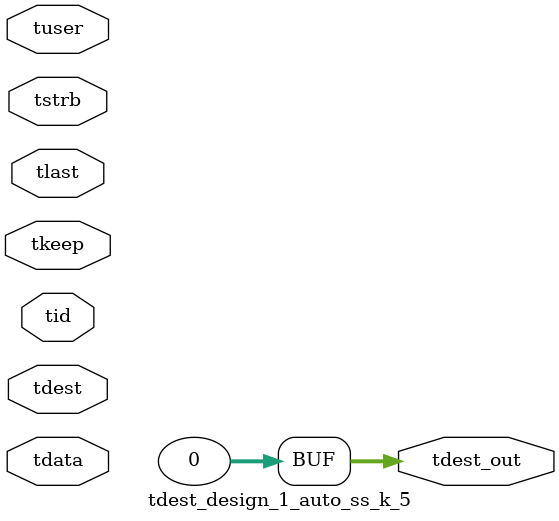
<source format=v>


`timescale 1ps/1ps

module tdest_design_1_auto_ss_k_5 #
(
parameter C_S_AXIS_TDATA_WIDTH = 32,
parameter C_S_AXIS_TUSER_WIDTH = 0,
parameter C_S_AXIS_TID_WIDTH   = 0,
parameter C_S_AXIS_TDEST_WIDTH = 0,
parameter C_M_AXIS_TDEST_WIDTH = 32
)
(
input  [(C_S_AXIS_TDATA_WIDTH == 0 ? 1 : C_S_AXIS_TDATA_WIDTH)-1:0     ] tdata,
input  [(C_S_AXIS_TUSER_WIDTH == 0 ? 1 : C_S_AXIS_TUSER_WIDTH)-1:0     ] tuser,
input  [(C_S_AXIS_TID_WIDTH   == 0 ? 1 : C_S_AXIS_TID_WIDTH)-1:0       ] tid,
input  [(C_S_AXIS_TDEST_WIDTH == 0 ? 1 : C_S_AXIS_TDEST_WIDTH)-1:0     ] tdest,
input  [(C_S_AXIS_TDATA_WIDTH/8)-1:0 ] tkeep,
input  [(C_S_AXIS_TDATA_WIDTH/8)-1:0 ] tstrb,
input                                                                    tlast,
output [C_M_AXIS_TDEST_WIDTH-1:0] tdest_out
);

assign tdest_out = {1'b0};

endmodule


</source>
